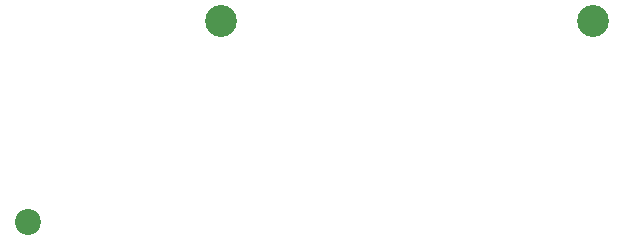
<source format=gbr>
%TF.GenerationSoftware,KiCad,Pcbnew,(6.0.0)*%
%TF.CreationDate,2022-06-14T20:33:14+03:00*%
%TF.ProjectId,breadboard_power_supply,62726561-6462-46f6-9172-645f706f7765,rev?*%
%TF.SameCoordinates,Original*%
%TF.FileFunction,NonPlated,1,2,NPTH,Drill*%
%TF.FilePolarity,Positive*%
%FSLAX46Y46*%
G04 Gerber Fmt 4.6, Leading zero omitted, Abs format (unit mm)*
G04 Created by KiCad (PCBNEW (6.0.0)) date 2022-06-14 20:33:14*
%MOMM*%
%LPD*%
G01*
G04 APERTURE LIST*
%TA.AperFunction,ComponentDrill*%
%ADD10C,2.200000*%
%TD*%
%TA.AperFunction,ComponentDrill*%
%ADD11C,2.700000*%
%TD*%
G04 APERTURE END LIST*
D10*
%TO.C,J1*%
X34305600Y-95605600D03*
D11*
%TO.C,H2*%
X50647600Y-78587600D03*
%TO.C,H1*%
X82143600Y-78587600D03*
M02*

</source>
